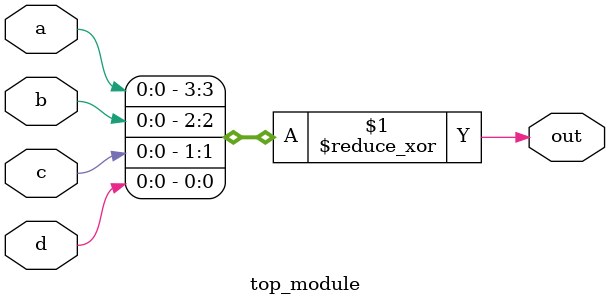
<source format=v>
module top_module(
    input a,
    input b,
    input c,
    input d,
    output out  ); 
    assign out = ^{a, b, c, d};

endmodule


</source>
